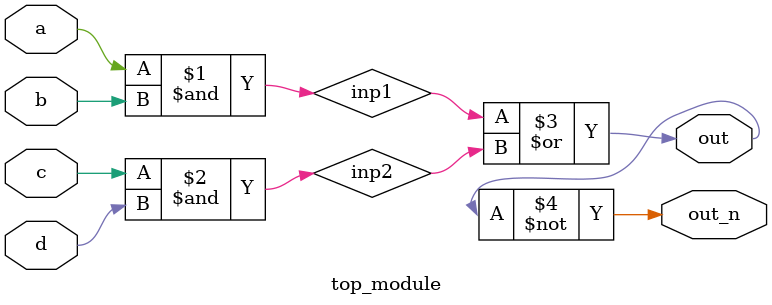
<source format=v>
`default_nettype none
module top_module(
    input a,
    input b,
    input c,
    input d,
    output out,
    output out_n   ); 
    
    wire inp1, inp2;
    assign inp1 = a&b;
    assign inp2 = c&d;
    assign out = inp1|inp2;
    assign out_n = ~out;
endmodule

</source>
